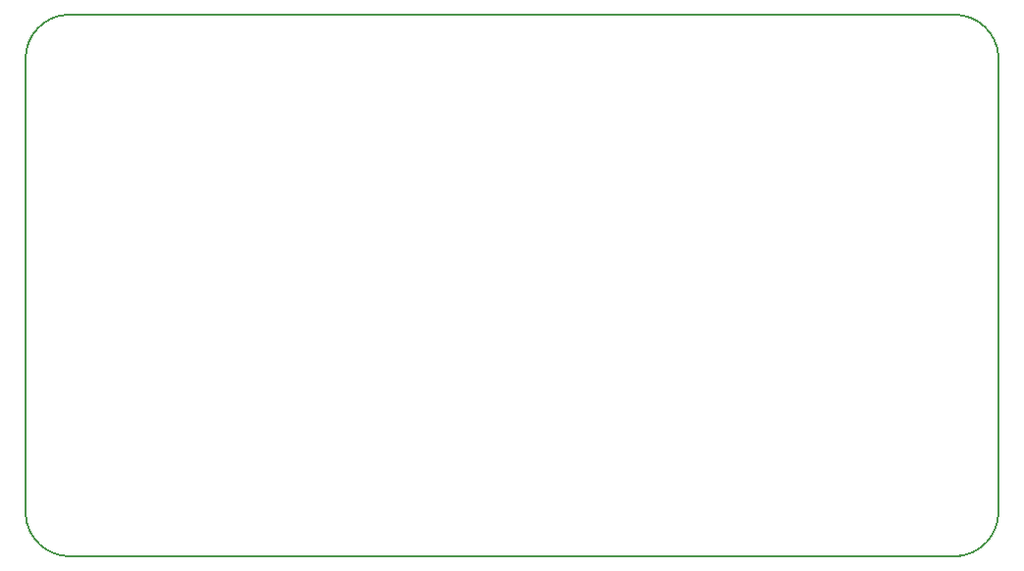
<source format=gbr>
G04 #@! TF.FileFunction,Other,User*
%FSLAX46Y46*%
G04 Gerber Fmt 4.6, Leading zero omitted, Abs format (unit mm)*
G04 Created by KiCad (PCBNEW 4.0.4-stable) date 11/24/16 17:28:53*
%MOMM*%
%LPD*%
G01*
G04 APERTURE LIST*
%ADD10C,0.150000*%
%ADD11C,0.200000*%
G04 APERTURE END LIST*
D10*
D11*
X184912000Y-122428000D02*
X107950000Y-122428000D01*
X188214000Y-79248000D02*
G75*
G03X184412439Y-75691437I-3801561J-253437D01*
G01*
X107950000Y-75692000D02*
G75*
G03X104393437Y-79493561I253437J-3801561D01*
G01*
X104402439Y-118871437D02*
G75*
G03X108204000Y-122428000I3801561J253437D01*
G01*
X184657437Y-122419561D02*
G75*
G03X188214000Y-118618000I-253437J3801561D01*
G01*
X104394000Y-79248000D02*
X104394000Y-118872000D01*
X184912000Y-75692000D02*
X107950000Y-75692000D01*
X188214000Y-118618000D02*
X188214000Y-79248000D01*
M02*

</source>
